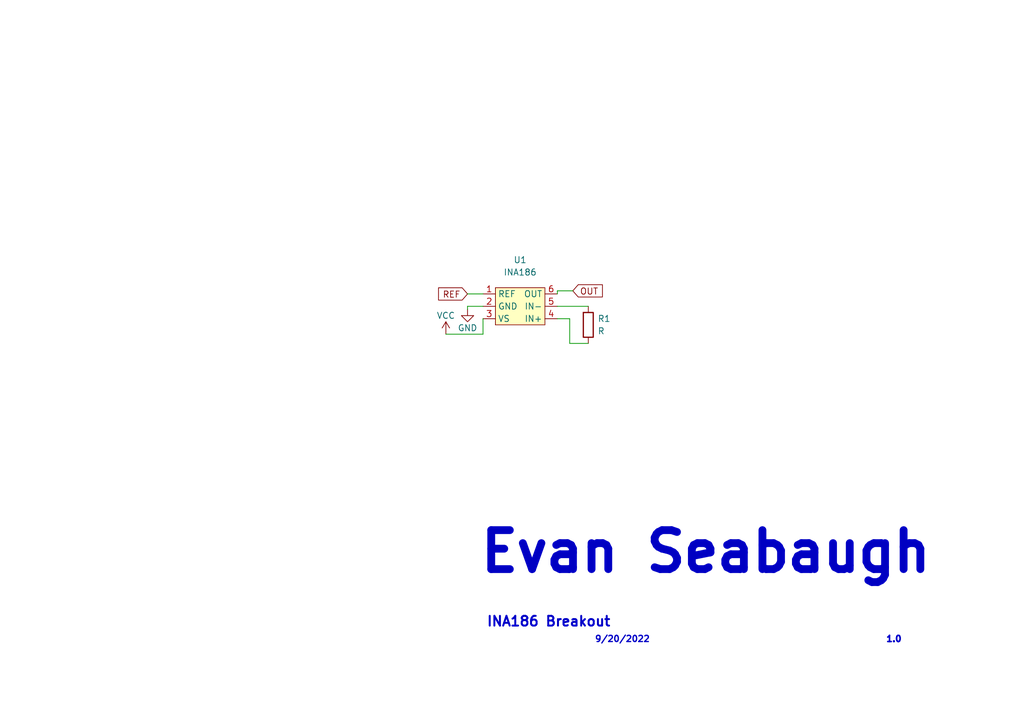
<source format=kicad_sch>
(kicad_sch (version 20211123) (generator eeschema)
  (paper "A5")
  (lib_symbols
    (symbol "Device:R" (pin_numbers hide) (pin_names (offset 0))
      (property "Reference" "R" (at 2.032 0 90))
      (property "Value" "R" (at 0 0 90))
      (symbol "R_0_1"
        (rectangle (start -1.016 -2.54) (end 1.016 2.54) (stroke (width 0.254)))
      )
      (symbol "R_1_1"
        (pin passive line (at 0 3.81 270) (length 1.27) (name "~") (number "1"))
        (pin passive line (at 0 -3.81 90) (length 1.27) (name "~") (number "2"))
      )
    )
    (symbol "MRDT_Research:INA186"
      (property "Reference" "U" (at 0 -5.08 0))
      (property "Value" "INA186" (at 0 5.08 0))
      (symbol "INA186_0_1"
        (rectangle (start -5.08 3.81) (end 5.08 -3.81) (fill (type background)))
      )
      (symbol "INA186_1_1"
        (pin input line (at -7.62 2.54 0) (length 2.54) (name "REF") (number "1"))
        (pin input line (at -7.62 0 0) (length 2.54) (name "GND") (number "2"))
        (pin input line (at -7.62 -2.54 0) (length 2.54) (name "VS") (number "3"))
        (pin input line (at 7.62 -2.54 180) (length 2.54) (name "IN+") (number "4"))
        (pin input line (at 7.62 0 180) (length 2.54) (name "IN-") (number "5"))
        (pin input line (at 7.62 2.54 180) (length 2.54) (name "OUT") (number "6"))
      )
    )
    (symbol "power:GND" (power) (pin_names (offset 0))
      (property "Value" "GND" (at 0 -3.81 0))
      (symbol "GND_0_1"
        (polyline (pts (xy 0 0) (xy 0 -1.27) (xy 1.27 -1.27) (xy 0 -2.54) (xy -1.27 -1.27) (xy 0 -1.27)))
      )
      (symbol "GND_1_1"
        (pin power_in line (at 0 0 270) (length 0) hide (name "GND") (number "1"))
      )
    )
    (symbol "power:VCC" (power) (pin_names (offset 0))
      (property "Value" "VCC" (at 0 3.81 0))
      (symbol "VCC_0_1"
        (polyline (pts (xy -0.762 1.27) (xy 0 2.54)))
        (polyline (pts (xy 0 0) (xy 0 2.54)))
        (polyline (pts (xy 0 2.54) (xy 0.762 1.27)))
      )
      (symbol "VCC_1_1"
        (pin power_in line (at 0 0 90) (length 0) hide (name "VCC") (number "1"))
      )
    )
  )
  (wire (pts (xy 116.84 70.485) (xy 120.65 70.485)))
  (wire (pts (xy 95.885 62.865) (xy 99.06 62.865)))
  (wire (pts (xy 114.3 65.405) (xy 116.84 65.405)))
  (wire (pts (xy 116.84 65.405) (xy 116.84 70.485)))
  (wire (pts (xy 114.3 59.69) (xy 117.475 59.69)))
  (wire (pts (xy 95.885 60.325) (xy 99.06 60.325)))
  (wire (pts (xy 95.885 63.5) (xy 95.885 62.865)))
  (wire (pts (xy 114.3 62.865) (xy 120.65 62.865)))
  (wire (pts (xy 114.3 60.325) (xy 114.3 59.69)))
  (wire (pts (xy 99.06 65.405) (xy 99.06 68.58)))
  (wire (pts (xy 91.44 68.58) (xy 99.06 68.58)))
  (text "1.0" (at 181.61 132.08 0) (effects (font (size 1.27 1.27) (thickness 0.4) bold) (justify left bottom)))
  (text "9/20/2022" (at 121.92 132.08 0) (effects (font (size 1.27 1.27) bold) (justify left bottom)))
  (text "INA186 Breakout " (at 99.695 128.905 0) (effects (font (size 2 2) (thickness 0.4) bold) (justify left bottom)))
  (text "Evan Seabaugh " (at 97.79 118.11 0) (effects (font (size 8 8) (thickness 1.6) bold) (justify left bottom)))
  (global_label "OUT" (shape input) (at 117.475 59.69 0) (property "Intersheet References" "${INTERSHEET_REFS}" (effects hide)))
  (global_label "REF" (shape input) (at 95.885 60.325 180) (property "Intersheet References" "${INTERSHEET_REFS}" (effects hide)))
  (symbol (lib_id "Device:R") (at 120.65 66.675 0) (unit 1)
    (property "Reference" "R1" (at 122.555 65.4049 0) (effects (justify left)))
    (property "Value" "R" (at 122.555 67.9449 0) (effects (justify left)))
    (property "Footprint" "Resistor_THT:R_Axial_DIN0414_L11.9mm_D4.5mm_P20.32mm_Horizontal" (effects hide))
  )
  (symbol (lib_id "power:GND") (at 95.885 63.5 0) (unit 1)
    (property "Reference" "#PWR0101" (effects hide))
    (property "Value" "GND" (at 95.885 67.31 0))
  )
  (symbol (lib_id "power:VCC") (at 91.44 68.58 0) (unit 1)
    (property "Reference" "#PWR0102" (effects hide))
    (property "Value" "VCC" (at 91.44 64.77 0))
  )
  (symbol (lib_id "MRDT_Research:INA186") (at 106.68 62.865 0) (unit 1)
    (property "Reference" "U1" (at 106.68 53.34 0))
    (property "Value" "INA186" (at 106.68 55.88 0))
    (property "Footprint" "MRDT_Research:INA186" (effects hide))
  )
)
</source>
